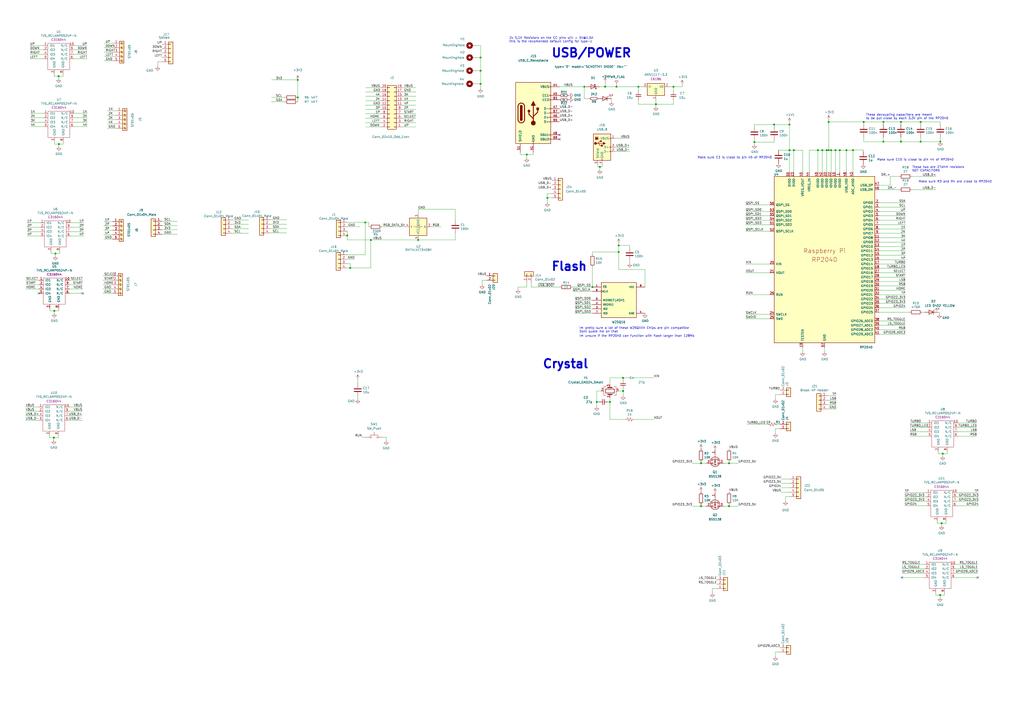
<source format=kicad_sch>
(kicad_sch (version 20230121) (generator eeschema)
  (paper "A2")
  (junction (at 406.654 268.732))
  (junction (at 501.015 70.739))
  (junction (at 545.465 82.169))
  (junction (at 449.072 72.263))
  (junction (at 305.562 89.662))
  (junction (at 343.662 166.497))
  (junction (at 358.902 142.367))
  (junction (at 494.792 87.122))
  (junction (at 278.765 41.021))
  (junction (at 172.72 46.355))
  (junction (at 390.652 50.292))
  (junction (at 422.91 293.624))
  (junction (at 380.492 60.452))
  (junction (at 215.138 139.192))
  (junction (at 211.8914 129.032))
  (junction (at 422.91 268.732))
  (junction (at 545.338 345.186))
  (junction (at 353.822 233.172))
  (junction (at 203.1573 155.448))
  (junction (at 278.765 48.641))
  (junction (at 338.963 50.292))
  (junction (at 31.496 180.34))
  (junction (at 357.632 50.292))
  (junction (at 487.172 87.122))
  (junction (at 480.695 87.122))
  (junction (at 358.902 146.177))
  (junction (at 242.57 139.192))
  (junction (at 351.028 50.292))
  (junction (at 460.502 87.122))
  (junction (at 437.642 82.423))
  (junction (at 457.962 87.122))
  (junction (at 512.445 70.739))
  (junction (at 534.035 82.169))
  (junction (at 546.227 303.53))
  (junction (at 361.442 219.202))
  (junction (at 34.036 44.196))
  (junction (at 534.035 70.739))
  (junction (at 278.765 33.401))
  (junction (at 474.472 87.122))
  (junction (at 512.445 82.169))
  (junction (at 172.72 56.515))
  (junction (at 522.605 70.739))
  (junction (at 346.202 233.172))
  (junction (at 457.962 72.263))
  (junction (at 522.605 82.169))
  (junction (at 317.5 114.808))
  (junction (at 32.131 147.066))
  (junction (at 482.092 87.122))
  (junction (at 201.422 136.652))
  (junction (at 477.012 87.122))
  (junction (at 406.654 293.624))
  (junction (at 546.862 263.144))
  (junction (at 31.242 253.873))
  (junction (at 361.442 226.822))
  (junction (at 490.982 87.122))
  (junction (at 484.632 87.122))
  (junction (at 480.695 70.739))
  (junction (at 370.332 50.292))
  (junction (at 34.163 83.566))
  (junction (at 479.552 87.122))
  (junction (at 347.98 96.774))
  (no_connect (at 324.612 78.232))
  (no_connect (at 48.006 170.18))
  (no_connect (at 324.612 80.772))
  (no_connect (at 523.24 335.026))
  (no_connect (at 567.182 335.026))
  (no_connect (at 22.606 170.18))
  (wire (pts (xy 512.445 70.739) (xy 522.605 70.739)))
  (wire (pts (xy 422.91 293.624) (xy 422.91 292.862)))
  (wire (pts (xy 242.57 123.952) (xy 242.57 121.412)))
  (wire (pts (xy 32.131 147.066) (xy 32.131 148.336)))
  (wire (pts (xy 222.123 253.619) (xy 224.028 253.619)))
  (wire (pts (xy 339.6742 50.2666) (xy 340.2584 50.2666)))
  (wire (pts (xy 555.117 293.37) (xy 567.69 293.37)))
  (wire (pts (xy 437.642 81.153) (xy 437.642 82.423)))
  (wire (pts (xy 480.695 69.469) (xy 480.695 70.739)))
  (wire (pts (xy 510.032 165.862) (xy 525.272 165.862)))
  (wire (pts (xy 487.172 87.122) (xy 487.172 99.822)))
  (wire (pts (xy 512.445 82.169) (xy 522.605 82.169)))
  (wire (pts (xy 501.015 82.169) (xy 512.445 82.169)))
  (wire (pts (xy 224.028 253.619) (xy 224.028 255.524)))
  (wire (pts (xy 166.37 135.128) (xy 156.845 135.128)))
  (wire (pts (xy 484.632 87.122) (xy 487.172 87.122)))
  (wire (pts (xy 338.963 50.292) (xy 324.612 50.292)))
  (wire (pts (xy 555.117 290.83) (xy 567.69 290.83)))
  (wire (pts (xy 458.216 288.036) (xy 455.676 288.036)))
  (wire (pts (xy 457.962 70.993) (xy 457.962 72.263)))
  (wire (pts (xy 41.021 129.286) (xy 48.641 129.286)))
  (wire (pts (xy 279.654 165.1) (xy 279.654 162.56)))
  (wire (pts (xy 43.053 65.786) (xy 50.673 65.786)))
  (wire (pts (xy 166.37 130.048) (xy 156.845 130.048)))
  (wire (pts (xy 478.282 201.422) (xy 478.282 203.962)))
  (wire (pts (xy 320.04 112.268) (xy 317.5 112.268)))
  (wire (pts (xy 40.386 167.64) (xy 48.006 167.64)))
  (wire (pts (xy 165.1 59.055) (xy 157.48 59.055)))
  (wire (pts (xy 305.562 89.662) (xy 309.372 89.662)))
  (wire (pts (xy 40.132 243.713) (xy 47.752 243.713)))
  (wire (pts (xy 370.332 50.292) (xy 370.332 52.832)))
  (wire (pts (xy 401.574 293.624) (xy 406.654 293.624)))
  (wire (pts (xy 510.032 188.722) (xy 525.272 188.722)))
  (wire (pts (xy 510.032 178.562) (xy 525.272 178.562)))
  (wire (pts (xy 446.532 182.372) (xy 432.562 182.372)))
  (wire (pts (xy 453.136 282.956) (xy 458.216 282.956)))
  (wire (pts (xy 437.642 82.423) (xy 449.072 82.423)))
  (wire (pts (xy 446.532 134.112) (xy 432.562 134.112)))
  (wire (pts (xy 309.372 89.662) (xy 309.372 88.392)))
  (wire (pts (xy 449.834 380.746) (xy 449.834 378.206)))
  (wire (pts (xy 455.676 288.036) (xy 455.676 290.576)))
  (wire (pts (xy 446.532 158.242) (xy 432.562 158.242)))
  (wire (pts (xy 215.138 139.192) (xy 242.57 139.192)))
  (wire (pts (xy 353.822 230.632) (xy 353.822 233.172)))
  (wire (pts (xy 349.25 95.504) (xy 349.25 96.774)))
  (wire (pts (xy 279.654 162.56) (xy 282.194 162.56)))
  (wire (pts (xy 144.145 132.715) (xy 134.62 132.715)))
  (wire (pts (xy 144.145 127.635) (xy 134.62 127.635)))
  (wire (pts (xy 201.295 152.908) (xy 203.1573 152.908)))
  (wire (pts (xy 554.228 327.406) (xy 567.182 327.406)))
  (wire (pts (xy 361.442 225.552) (xy 361.442 226.822)))
  (wire (pts (xy 40.132 238.633) (xy 47.752 238.633)))
  (wire (pts (xy 358.902 141.097) (xy 358.902 142.367)))
  (wire (pts (xy 351.028 50.292) (xy 357.632 50.292)))
  (wire (pts (xy 15.113 162.56) (xy 22.606 162.56)))
  (wire (pts (xy 41.021 134.366) (xy 48.641 134.366)))
  (wire (pts (xy 15.748 136.906) (xy 23.241 136.906)))
  (wire (pts (xy 457.962 72.263) (xy 457.962 87.122)))
  (wire (pts (xy 432.562 127.762) (xy 446.532 127.762)))
  (wire (pts (xy 534.035 82.169) (xy 522.605 82.169)))
  (wire (pts (xy 543.687 302.26) (xy 543.687 303.53)))
  (wire (pts (xy 500.761 86.995) (xy 494.792 86.995)))
  (wire (pts (xy 207.518 230.124) (xy 207.518 231.394)))
  (wire (pts (xy 201.295 155.448) (xy 203.1573 155.448)))
  (wire (pts (xy 401.574 268.732) (xy 406.654 268.732)))
  (wire (pts (xy 338.963 50.292) (xy 338.963 57.1754)))
  (wire (pts (xy 469.392 87.122) (xy 474.472 87.122)))
  (wire (pts (xy 422.91 268.732) (xy 428.244 268.732)))
  (wire (pts (xy 36.576 44.196) (xy 36.576 42.926)))
  (wire (pts (xy 523.24 327.406) (xy 536.448 327.406)))
  (wire (pts (xy 449.834 248.666) (xy 452.374 248.666)))
  (wire (pts (xy 34.163 83.566) (xy 34.163 84.836)))
  (wire (pts (xy 361.442 226.822) (xy 361.442 229.362)))
  (wire (pts (xy 449.834 231.394) (xy 449.834 228.854)))
  (wire (pts (xy 65.278 136.144) (xy 60.198 136.144)))
  (wire (pts (xy 305.562 89.662) (xy 305.562 91.567)))
  (wire (pts (xy 446.532 184.912) (xy 432.562 184.912)))
  (wire (pts (xy 201.422 136.652) (xy 201.422 139.192)))
  (wire (pts (xy 544.322 261.874) (xy 544.322 263.144)))
  (wire (pts (xy 43.053 70.866) (xy 50.673 70.866)))
  (wire (pts (xy 390.652 50.292) (xy 395.732 50.292)))
  (wire (pts (xy 278.765 48.641) (xy 278.765 51.181)))
  (wire (pts (xy 480.695 70.739) (xy 501.015 70.739)))
  (wire (pts (xy 510.032 173.482) (xy 525.272 173.482)))
  (wire (pts (xy 31.496 180.34) (xy 34.036 180.34)))
  (wire (pts (xy 67.31 64.262) (xy 62.23 64.262)))
  (wire (pts (xy 370.332 50.292) (xy 372.872 50.292)))
  (wire (pts (xy 527.939 245.364) (xy 537.972 245.364)))
  (wire (pts (xy 17.78 65.786) (xy 25.273 65.786)))
  (wire (pts (xy 354.711 58.9788) (xy 354.711 57.1754)))
  (wire (pts (xy 34.036 44.196) (xy 34.036 45.466)))
  (wire (pts (xy 510.032 109.982) (xy 521.462 109.982)))
  (wire (pts (xy 510.032 130.302) (xy 525.272 130.302)))
  (wire (pts (xy 346.202 233.172) (xy 346.202 235.712)))
  (wire (pts (xy 361.442 219.202) (xy 361.442 220.472)))
  (wire (pts (xy 41.021 136.906) (xy 48.641 136.906)))
  (wire (pts (xy 457.962 87.122) (xy 457.962 99.822)))
  (wire (pts (xy 510.032 127.762) (xy 525.272 127.762)))
  (wire (pts (xy 453.136 277.876) (xy 458.216 277.876)))
  (wire (pts (xy 212.09 58.42) (xy 220.98 58.42)))
  (wire (pts (xy 457.962 87.122) (xy 451.612 87.122)))
  (wire (pts (xy 474.472 87.122) (xy 477.012 87.122)))
  (wire (pts (xy 510.032 145.542) (xy 525.272 145.542)))
  (wire (pts (xy 490.982 87.122) (xy 494.792 87.122)))
  (wire (pts (xy 370.332 60.452) (xy 380.492 60.452)))
  (wire (pts (xy 544.322 263.144) (xy 546.862 263.144)))
  (wire (pts (xy 301.752 88.392) (xy 301.752 89.662)))
  (wire (pts (xy 365.252 151.257) (xy 365.252 152.527)))
  (wire (pts (xy 534.035 79.629) (xy 534.035 82.169)))
  (wire (pts (xy 545.465 79.629) (xy 545.465 82.169)))
  (wire (pts (xy 241.3 66.04) (xy 233.68 66.04)))
  (wire (pts (xy 278.765 41.021) (xy 278.765 48.641)))
  (wire (pts (xy 449.072 72.263) (xy 457.962 72.263)))
  (wire (pts (xy 14.859 243.713) (xy 22.352 243.713)))
  (wire (pts (xy 241.3 53.34) (xy 233.68 53.34)))
  (wire (pts (xy 419.862 293.624) (xy 422.91 293.624)))
  (wire (pts (xy 501.015 70.739) (xy 512.445 70.739)))
  (wire (pts (xy 542.798 345.186) (xy 545.338 345.186)))
  (wire (pts (xy 356.87 80.264) (xy 365.252 80.264)))
  (wire (pts (xy 64.77 170.18) (xy 59.69 170.18)))
  (wire (pts (xy 241.3 63.5) (xy 233.68 63.5)))
  (wire (pts (xy 351.028 47.5996) (xy 351.028 50.292)))
  (wire (pts (xy 480.06 237.236) (xy 485.14 237.236)))
  (wire (pts (xy 555.752 245.364) (xy 566.674 245.364)))
  (wire (pts (xy 479.552 87.122) (xy 480.695 87.122)))
  (wire (pts (xy 544.957 182.118) (xy 544.957 181.102)))
  (wire (pts (xy 241.3 73.66) (xy 233.68 73.66)))
  (wire (pts (xy 40.386 170.18) (xy 48.006 170.18)))
  (wire (pts (xy 449.072 82.423) (xy 449.072 81.153)))
  (wire (pts (xy 432.562 122.682) (xy 446.532 122.682)))
  (wire (pts (xy 361.442 219.202) (xy 379.222 219.202)))
  (wire (pts (xy 353.822 243.332) (xy 362.712 243.332)))
  (wire (pts (xy 510.032 135.382) (xy 525.272 135.382)))
  (wire (pts (xy 14.859 241.173) (xy 22.352 241.173)))
  (wire (pts (xy 437.642 72.263) (xy 449.072 72.263)))
  (wire (pts (xy 477.012 87.122) (xy 479.552 87.122)))
  (wire (pts (xy 406.654 268.732) (xy 406.654 267.97)))
  (wire (pts (xy 555.117 285.75) (xy 567.69 285.75)))
  (wire (pts (xy 484.632 99.822) (xy 484.632 87.122)))
  (wire (pts (xy 374.142 166.497) (xy 374.142 156.337)))
  (wire (pts (xy 241.3 68.58) (xy 233.68 68.58)))
  (wire (pts (xy 28.956 179.07) (xy 28.956 180.34)))
  (wire (pts (xy 210.058 253.619) (xy 211.963 253.619)))
  (wire (pts (xy 42.926 34.036) (xy 50.546 34.036)))
  (wire (pts (xy 242.57 139.192) (xy 264.16 139.192)))
  (wire (pts (xy 65.532 35.306) (xy 60.452 35.306)))
  (wire (pts (xy 308.102 166.497) (xy 324.612 166.497)))
  (wire (pts (xy 201.422 139.192) (xy 215.138 139.192)))
  (wire (pts (xy 201.422 131.572) (xy 208.915 131.572)))
  (wire (pts (xy 510.032 148.082) (xy 525.272 148.082)))
  (wire (pts (xy 480.06 234.696) (xy 485.14 234.696)))
  (wire (pts (xy 510.032 170.942) (xy 525.272 170.942)))
  (wire (pts (xy 42.926 28.956) (xy 50.546 28.956)))
  (wire (pts (xy 487.172 87.122) (xy 490.982 87.122)))
  (wire (pts (xy 305.562 163.957) (xy 305.562 166.497)))
  (wire (pts (xy 522.605 72.009) (xy 522.605 70.739)))
  (wire (pts (xy 546.862 263.144) (xy 549.402 263.144)))
  (wire (pts (xy 308.102 163.957) (xy 308.102 166.497)))
  (wire (pts (xy 529.082 102.362) (xy 543.052 102.362)))
  (wire (pts (xy 524.764 288.29) (xy 537.337 288.29)))
  (wire (pts (xy 34.036 44.196) (xy 36.576 44.196)))
  (wire (pts (xy 67.31 69.342) (xy 62.23 69.342)))
  (wire (pts (xy 34.163 83.566) (xy 36.703 83.566)))
  (wire (pts (xy 64.77 160.02) (xy 59.69 160.02)))
  (wire (pts (xy 510.032 168.402) (xy 525.272 168.402)))
  (wire (pts (xy 14.859 236.093) (xy 22.352 236.093)))
  (wire (pts (xy 450.596 246.126) (xy 452.374 246.126)))
  (wire (pts (xy 419.862 268.732) (xy 422.91 268.732)))
  (wire (pts (xy 522.605 70.739) (xy 534.035 70.739)))
  (wire (pts (xy 546.227 303.53) (xy 546.227 304.8)))
  (wire (pts (xy 40.132 236.093) (xy 47.752 236.093)))
  (wire (pts (xy 65.278 128.524) (xy 60.198 128.524)))
  (wire (pts (xy 15.748 131.826) (xy 23.241 131.826)))
  (wire (pts (xy 17.78 73.406) (xy 25.273 73.406)))
  (wire (pts (xy 300.482 166.497) (xy 300.482 167.767)))
  (wire (pts (xy 413.258 341.376) (xy 415.798 341.376)))
  (wire (pts (xy 28.702 253.873) (xy 31.242 253.873)))
  (wire (pts (xy 545.465 82.169) (xy 534.035 82.169)))
  (wire (pts (xy 554.228 332.486) (xy 567.182 332.486)))
  (wire (pts (xy 339.6742 50.2666) (xy 339.6742 50.292)))
  (wire (pts (xy 203.1573 155.448) (xy 215.138 155.448)))
  (wire (pts (xy 356.87 87.884) (xy 365.379 87.884)))
  (wire (pts (xy 510.032 132.842) (xy 525.272 132.842)))
  (wire (pts (xy 465.582 99.822) (xy 465.582 87.122)))
  (wire (pts (xy 347.853 50.2666) (xy 347.8784 50.2666)))
  (wire (pts (xy 346.71 96.774) (xy 347.98 96.774)))
  (wire (pts (xy 317.5 114.808) (xy 317.5 117.348)))
  (wire (pts (xy 343.662 147.447) (xy 343.662 146.177)))
  (wire (pts (xy 527.812 247.904) (xy 537.972 247.904)))
  (wire (pts (xy 422.91 293.624) (xy 428.244 293.624)))
  (wire (pts (xy 449.072 73.533) (xy 449.072 72.263)))
  (wire (pts (xy 320.04 114.808) (xy 317.5 114.808)))
  (wire (pts (xy 65.278 131.064) (xy 60.198 131.064)))
  (wire (pts (xy 490.982 99.822) (xy 490.982 87.122)))
  (wire (pts (xy 534.035 70.739) (xy 545.465 70.739)))
  (wire (pts (xy 510.032 153.162) (xy 525.272 153.162)))
  (wire (pts (xy 548.767 303.53) (xy 548.767 302.26)))
  (wire (pts (xy 365.252 142.367) (xy 358.902 142.367)))
  (wire (pts (xy 354.711 57.1754) (xy 354.6602 57.1754)))
  (wire (pts (xy 276.225 41.021) (xy 278.765 41.021)))
  (wire (pts (xy 380.492 60.452) (xy 380.492 61.722)))
  (wire (pts (xy 522.605 79.629) (xy 522.605 82.169)))
  (wire (pts (xy 65.278 133.604) (xy 60.198 133.604)))
  (wire (pts (xy 17.399 26.416) (xy 25.146 26.416)))
  (wire (pts (xy 546.862 263.144) (xy 546.862 264.414)))
  (wire (pts (xy 65.532 25.146) (xy 60.452 25.146)))
  (wire (pts (xy 554.228 335.026) (xy 567.182 335.026)))
  (wire (pts (xy 510.032 137.922) (xy 525.272 137.922)))
  (wire (pts (xy 449.834 378.206) (xy 452.374 378.206)))
  (wire (pts (xy 278.765 26.416) (xy 278.765 33.401)))
  (wire (pts (xy 64.77 162.56) (xy 59.69 162.56)))
  (wire (pts (xy 201.422 129.032) (xy 211.8914 129.032)))
  (wire (pts (xy 545.338 345.186) (xy 545.338 346.456)))
  (wire (pts (xy 276.225 26.416) (xy 278.765 26.416)))
  (wire (pts (xy 34.671 147.066) (xy 34.671 145.796)))
  (wire (pts (xy 347.98 96.774) (xy 347.98 98.298)))
  (wire (pts (xy 527.812 252.984) (xy 537.972 252.984)))
  (wire (pts (xy 544.957 181.102) (xy 543.941 181.102)))
  (wire (pts (xy 437.642 82.423) (xy 437.642 83.693)))
  (wire (pts (xy 367.792 243.332) (xy 379.222 243.332)))
  (wire (pts (xy 264.16 139.192) (xy 264.16 135.382)))
  (wire (pts (xy 406.654 293.624) (xy 406.654 292.862)))
  (wire (pts (xy 510.032 163.322) (xy 525.272 163.322)))
  (wire (pts (xy 469.392 99.822) (xy 469.392 87.122)))
  (wire (pts (xy 465.582 87.122) (xy 460.502 87.122)))
  (wire (pts (xy 480.695 70.739) (xy 480.695 87.122)))
  (wire (pts (xy 555.752 247.904) (xy 566.674 247.904)))
  (wire (pts (xy 31.623 83.566) (xy 34.163 83.566)))
  (wire (pts (xy 547.878 345.186) (xy 547.878 343.916)))
  (wire (pts (xy 446.532 118.872) (xy 432.562 118.872)))
  (wire (pts (xy 332.232 169.037) (xy 343.662 169.037)))
  (wire (pts (xy 523.24 335.026) (xy 536.448 335.026)))
  (wire (pts (xy 15.748 129.286) (xy 23.241 129.286)))
  (wire (pts (xy 432.562 130.302) (xy 446.532 130.302)))
  (wire (pts (xy 343.662 181.737) (xy 333.502 181.737)))
  (wire (pts (xy 65.532 32.766) (xy 60.452 32.766)))
  (wire (pts (xy 278.765 33.401) (xy 278.765 41.021)))
  (wire (pts (xy 221.615 131.572) (xy 234.95 131.572)))
  (wire (pts (xy 510.032 120.142) (xy 525.272 120.142)))
  (wire (pts (xy 343.662 174.117) (xy 333.502 174.117)))
  (wire (pts (xy 276.225 48.641) (xy 278.765 48.641)))
  (wire (pts (xy 500.761 95.25) (xy 500.761 95.504)))
  (wire (pts (xy 42.926 26.416) (xy 50.546 26.416)))
  (wire (pts (xy 380.492 60.452) (xy 390.652 60.452)))
  (wire (pts (xy 527.812 250.444) (xy 537.972 250.444)))
  (wire (pts (xy 17.78 70.866) (xy 25.273 70.866)))
  (wire (pts (xy 510.032 125.222) (xy 525.272 125.222)))
  (wire (pts (xy 555.117 288.29) (xy 567.69 288.29)))
  (wire (pts (xy 172.72 46.355) (xy 172.72 56.515)))
  (wire (pts (xy 432.562 153.162) (xy 446.532 153.162)))
  (wire (pts (xy 17.399 34.036) (xy 25.146 34.036)))
  (wire (pts (xy 215.138 155.448) (xy 215.138 139.192)))
  (wire (pts (xy 343.662 155.067) (xy 343.662 166.497)))
  (wire (pts (xy 144.145 130.175) (xy 134.62 130.175)))
  (wire (pts (xy 17.399 31.496) (xy 25.146 31.496)))
  (wire (pts (xy 546.227 303.53) (xy 548.767 303.53)))
  (wire (pts (xy 545.338 345.186) (xy 547.878 345.186)))
  (wire (pts (xy 554.228 329.946) (xy 567.182 329.946)))
  (wire (pts (xy 15.113 167.64) (xy 22.606 167.64)))
  (wire (pts (xy 31.623 82.296) (xy 31.623 83.566)))
  (wire (pts (xy 370.332 57.912) (xy 370.332 60.452)))
  (wire (pts (xy 211.8914 147.828) (xy 211.8914 129.032)))
  (wire (pts (xy 357.632 50.292) (xy 370.332 50.292)))
  (wire (pts (xy 494.792 86.995) (xy 494.792 87.122)))
  (wire (pts (xy 40.386 162.56) (xy 48.006 162.56)))
  (wire (pts (xy 241.3 50.8) (xy 233.68 50.8)))
  (wire (pts (xy 31.496 42.926) (xy 31.496 44.196)))
  (wire (pts (xy 333.502 176.657) (xy 343.662 176.657)))
  (wire (pts (xy 516.382 102.362) (xy 516.382 107.442)))
  (wire (pts (xy 516.382 102.362) (xy 521.462 102.362)))
  (wire (pts (xy 33.782 253.873) (xy 33.782 252.603)))
  (wire (pts (xy 555.752 252.984) (xy 566.674 252.984)))
  (wire (pts (xy 343.662 179.197) (xy 333.502 179.197)))
  (wire (pts (xy 15.113 165.1) (xy 22.606 165.1)))
  (wire (pts (xy 64.77 167.64) (xy 59.69 167.64)))
  (wire (pts (xy 165.1 56.515) (xy 157.48 56.515)))
  (wire (pts (xy 42.926 31.496) (xy 50.546 31.496)))
  (wire (pts (xy 91.44 35.814) (xy 91.44 38.354)))
  (wire (pts (xy 510.032 143.002) (xy 525.272 143.002)))
  (wire (pts (xy 390.652 57.912) (xy 390.652 60.452)))
  (wire (pts (xy 212.09 63.5) (xy 220.98 63.5)))
  (wire (pts (xy 348.742 226.822) (xy 346.202 226.822)))
  (wire (pts (xy 510.032 176.022) (xy 525.272 176.022)))
  (wire (pts (xy 390.652 50.292) (xy 390.652 52.832)))
  (wire (pts (xy 512.445 82.169) (xy 512.445 79.629)))
  (wire (pts (xy 480.06 229.616) (xy 485.14 229.616)))
  (wire (pts (xy 465.582 201.422) (xy 465.582 203.962)))
  (wire (pts (xy 31.242 253.873) (xy 33.782 253.873)))
  (wire (pts (xy 347.853 50.292) (xy 351.028 50.292)))
  (wire (pts (xy 65.532 30.226) (xy 60.452 30.226)))
  (wire (pts (xy 212.09 53.34) (xy 220.98 53.34)))
  (wire (pts (xy 413.258 343.916) (xy 413.258 341.376)))
  (wire (pts (xy 43.053 73.406) (xy 50.673 73.406)))
  (wire (pts (xy 43.053 68.326) (xy 50.673 68.326)))
  (wire (pts (xy 510.032 150.622) (xy 525.272 150.622)))
  (wire (pts (xy 380.492 57.912) (xy 380.492 60.452)))
  (wire (pts (xy 449.834 251.206) (xy 449.834 248.666)))
  (wire (pts (xy 93.98 35.814) (xy 91.44 35.814)))
  (wire (pts (xy 102.87 128.27) (xy 93.98 128.27)))
  (wire (pts (xy 343.662 146.177) (xy 358.902 146.177)))
  (wire (pts (xy 67.31 74.422) (xy 62.23 74.422)))
  (wire (pts (xy 510.032 117.602) (xy 525.272 117.602)))
  (wire (pts (xy 65.278 138.684) (xy 60.198 138.684)))
  (wire (pts (xy 482.092 99.822) (xy 482.092 87.122)))
  (wire (pts (xy 144.145 135.255) (xy 134.62 135.255)))
  (wire (pts (xy 241.3 58.42) (xy 233.68 58.42)))
  (wire (pts (xy 212.09 71.12) (xy 220.98 71.12)))
  (wire (pts (xy 482.092 87.122) (xy 484.632 87.122)))
  (wire (pts (xy 17.78 68.326) (xy 25.273 68.326)))
  (wire (pts (xy 213.995 129.032) (xy 213.995 131.572)))
  (wire (pts (xy 102.87 130.81) (xy 93.98 130.81)))
  (wire (pts (xy 34.036 180.34) (xy 34.036 179.07)))
  (wire (pts (xy 353.822 219.202) (xy 361.442 219.202)))
  (wire (pts (xy 65.532 27.686) (xy 60.452 27.686)))
  (wire (pts (xy 535.051 181.102) (xy 536.321 181.102)))
  (wire (pts (xy 409.702 268.732) (xy 406.654 268.732)))
  (wire (pts (xy 460.502 87.122) (xy 457.962 87.122)))
  (wire (pts (xy 510.032 155.702) (xy 525.272 155.702)))
  (wire (pts (xy 437.642 73.533) (xy 437.642 72.263)))
  (wire (pts (xy 212.09 66.04) (xy 220.98 66.04)))
  (wire (pts (xy 40.132 241.173) (xy 47.752 241.173)))
  (wire (pts (xy 422.91 268.732) (xy 422.91 267.97)))
  (wire (pts (xy 543.687 303.53) (xy 546.227 303.53)))
  (wire (pts (xy 510.032 107.442) (xy 516.382 107.442)))
  (wire (pts (xy 212.09 50.8) (xy 220.98 50.8)))
  (wire (pts (xy 409.702 293.624) (xy 406.654 293.624)))
  (wire (pts (xy 500.761 86.995) (xy 500.761 87.884)))
  (wire (pts (xy 501.015 79.629) (xy 501.015 82.169)))
  (wire (pts (xy 15.748 134.366) (xy 23.241 134.366)))
  (wire (pts (xy 207.518 219.964) (xy 207.518 222.504)))
  (wire (pts (xy 474.472 99.822) (xy 474.472 87.122)))
  (wire (pts (xy 529.082 109.982) (xy 543.052 109.982)))
  (wire (pts (xy 433.324 246.126) (xy 445.516 246.126)))
  (wire (pts (xy 212.09 55.88) (xy 220.98 55.88)))
  (wire (pts (xy 264.16 121.412) (xy 264.16 127.762)))
  (wire (pts (xy 453.136 280.416) (xy 458.216 280.416)))
  (wire (pts (xy 480.06 232.156) (xy 485.14 232.156)))
  (wire (pts (xy 28.956 180.34) (xy 31.496 180.34)))
  (wire (pts (xy 347.853 50.292) (xy 347.853 50.2666)))
  (wire (pts (xy 201.295 150.368) (xy 205.74 150.368)))
  (wire (pts (xy 524.764 290.83) (xy 537.337 290.83)))
  (wire (pts (xy 317.5 112.268) (xy 317.5 114.808)))
  (wire (pts (xy 453.136 285.496) (xy 458.216 285.496)))
  (wire (pts (xy 353.822 233.172) (xy 353.822 243.332)))
  (wire (pts (xy 449.834 228.854) (xy 452.374 228.854)))
  (wire (pts (xy 542.798 343.916) (xy 542.798 345.186)))
  (wire (pts (xy 332.232 166.497) (xy 343.662 166.497)))
  (wire (pts (xy 510.032 181.102) (xy 527.431 181.102)))
  (wire (pts (xy 172.72 56.515) (xy 172.72 59.055)))
  (wire (pts (xy 346.202 226.822) (xy 346.202 233.172)))
  (wire (pts (xy 17.399 28.956) (xy 25.146 28.956)))
  (wire (pts (xy 358.902 156.337) (xy 374.142 156.337)))
  (wire (pts (xy 241.3 71.12) (xy 233.68 71.12)))
  (wire (pts (xy 201.295 147.828) (xy 211.8914 147.828)))
  (wire (pts (xy 432.562 125.222) (xy 446.532 125.222)))
  (wire (pts (xy 36.703 83.566) (xy 36.703 82.296)))
  (wire (pts (xy 102.87 133.35) (xy 93.98 133.35)))
  (wire (pts (xy 534.035 72.009) (xy 534.035 70.739)))
  (wire (pts (xy 395.732 49.022) (xy 395.732 50.292)))
  (wire (pts (xy 31.496 44.196) (xy 34.036 44.196)))
  (wire (pts (xy 31.242 253.873) (xy 31.242 255.143)))
  (wire (pts (xy 545.465 72.009) (xy 545.465 70.739)))
  (wire (pts (xy 523.24 329.946) (xy 536.448 329.946)))
  (wire (pts (xy 203.1573 152.908) (xy 203.1573 155.448)))
  (wire (pts (xy 29.591 147.066) (xy 32.131 147.066)))
  (wire (pts (xy 301.752 89.662) (xy 305.562 89.662)))
  (wire (pts (xy 212.09 68.58) (xy 220.98 68.58)))
  (wire (pts (xy 510.032 158.242) (xy 525.272 158.242)))
  (wire (pts (xy 524.764 285.75) (xy 537.337 285.75)))
  (wire (pts (xy 300.482 166.497) (xy 305.562 166.497)))
  (wire (pts (xy 512.445 72.009) (xy 512.445 70.739)))
  (wire (pts (xy 510.032 140.462) (xy 525.272 140.462)))
  (wire (pts (xy 67.31 71.882) (xy 62.23 71.882)))
  (wire (pts (xy 276.225 33.401) (xy 278.765 33.401)))
  (wire (pts (xy 357.632 49.022) (xy 357.632 50.292)))
  (wire (pts (xy 347.98 96.774) (xy 349.25 96.774)))
  (wire (pts (xy 211.8914 129.032) (xy 213.995 129.032)))
  (wire (pts (xy 40.386 165.1) (xy 48.006 165.1)))
  (wire (pts (xy 241.3 60.96) (xy 233.68 60.96)))
  (wire (pts (xy 166.37 132.588) (xy 156.845 132.588)))
  (wire (pts (xy 501.015 72.009) (xy 501.015 70.739)))
  (wire (pts (xy 166.37 127.508) (xy 156.845 127.508)))
  (wire (pts (xy 201.422 134.112) (xy 201.422 136.652)))
  (wire (pts (xy 14.859 238.633) (xy 22.352 238.633)))
  (wire (pts (xy 339.6742 50.292) (xy 338.963 50.292)))
  (wire (pts (xy 549.402 261.874) (xy 549.402 263.144)))
  (wire (pts (xy 510.032 191.262) (xy 525.272 191.262)))
  (wire (pts (xy 41.021 131.826) (xy 48.641 131.826)))
  (wire (pts (xy 510.032 193.802) (xy 525.272 193.802)))
  (wire (pts (xy 480.695 87.122) (xy 482.092 87.122)))
  (wire (pts (xy 250.19 131.572) (xy 255.905 131.572)))
  (wire (pts (xy 479.552 99.822) (xy 479.552 87.122)))
  (wire (pts (xy 241.3 55.88) (xy 233.68 55.88)))
  (wire (pts (xy 358.902 226.822) (xy 361.442 226.822)))
  (wire (pts (xy 242.57 121.412) (xy 264.16 121.412)))
  (wire (pts (xy 356.87 85.344) (xy 365.252 85.344)))
  (wire (pts (xy 460.502 99.822) (xy 460.502 87.122)))
  (wire (pts (xy 346.71 95.504) (xy 346.71 96.774)))
  (wire (pts (xy 212.09 73.66) (xy 220.98 73.66)))
  (wire (pts (xy 477.012 99.822) (xy 477.012 87.122)))
  (wire (pts (xy 64.77 165.1) (xy 59.69 165.1)))
  (wire (pts (xy 212.09 60.96) (xy 220.98 60.96)))
  (wire (pts (xy 31.496 180.34) (xy 31.496 181.61)))
  (wire (pts (xy 446.532 170.942) (xy 432.562 170.942)))
  (wire (pts (xy 353.822 219.202) (xy 353.822 223.012)))
  (wire (pts (xy 555.752 250.444) (xy 566.674 250.444)))
  (wire (pts (xy 32.131 147.066) (xy 34.671 147.066)))
  (wire (pts (xy 358.902 142.367) (xy 358.902 146.177)))
  (wire (pts (xy 365.252 143.637) (xy 365.252 142.367)))
  (wire (pts (xy 510.032 122.682) (xy 525.272 122.682)))
  (wire (pts (xy 28.702 252.603) (xy 28.702 253.873)))
  (wire (pts (xy 510.032 186.182) (xy 525.272 186.182)))
  (wire (pts (xy 523.24 332.486) (xy 536.448 332.486)))
  (wire (pts (xy 388.112 50.292) (xy 390.652 50.292)))
  (wire (pts (xy 67.31 66.802) (xy 62.23 66.802)))
  (wire (pts (xy 494.792 87.122) (xy 494.792 99.822)))
  (wire (pts (xy 352.552 233.172) (xy 353.822 233.172)))
  (wire (pts (xy 358.902 146.177) (xy 358.902 156.337)))
  (wire (pts (xy 524.764 293.37) (xy 537.337 293.37)))
  (wire (pts (xy 510.032 160.782) (xy 525.272 160.782)))
  (wire (pts (xy 157.48 46.355) (xy 172.72 46.355)))
  (wire (pts (xy 102.87 135.89) (xy 93.98 135.89)))
  (wire (pts (xy 347.472 233.172) (xy 346.202 233.172)))
  (wire (pts (xy 29.591 145.796) (xy 29.591 147.066)))
  (wire (pts (xy 341.9602 57.1754) (xy 338.963 57.1754)))
  (text "Im pretty sure a lot of these W25QXXX Chips are pin compatible\nDont quote me on that" (at 336.042 193.167 0) (effects (font (size 1.27 1.27)) (justify left bottom)))
  (text "Make sure C3 is close to pin 45 of RP2040" (at 447.802 92.202 0) (effects (font (size 1.27 1.27)) (justify right bottom)))
  (text "Make sure R3 and R4 are close to RP2040" (at 532.892 106.172 0) (effects (font (size 1.27 1.27)) (justify left bottom)))
  (text "These decoupling capacitors are meant\nto be put close by each 3.3V pin of the RP2040" (at 502.285 69.469 0) (effects (font (size 1.27 1.27)) (justify left bottom)))
  (text "These two are 27ohm resistors \nNOT CAPACITORS" (at 529.082 99.822 0) (effects (font (size 1.27 1.27)) (justify left bottom)))
  (text "Make sure C10 is close to pin 44 of RP2040" (at 508.762 93.472 0) (effects (font (size 1.27 1.27)) (justify left bottom)))
  (text "Flash" (at 319.532 157.607 0) (effects (font (size 5.0038 5.0038) (thickness 1.0008) bold) (justify left bottom)))
  (text "V1.0\nInitial version\nMessed up USB B pinout\n\nV1.1\nChanged pinout from Pico Fighting Board to gp2040-ce\nRemoved player leds\nAdded turbo button\nAdded spinner inputs\n\nV1.2\nSwapped Left and Right" (at 615.442 234.188 0) (effects (font (size 12 12)) (justify left bottom)))
  (text "2x 5.1K Resistors on the CC pins will = 5V@1.5A\nthis is the recomended default config for type-c" (at 295.402 24.892 0) (effects (font (size 1.27 1.27)) (justify left bottom)))
  (text "Im unsure if the RP2040 can function with flash larger than 128Mb" (at 336.042 195.707 0) (effects (font (size 1.27 1.27)) (justify left bottom)))
  (text "USB/POWER" (at 319.532 33.782 0) (effects (font (size 5.0038 5.0038) (thickness 1.0008) bold) (justify left bottom)))
  (text "Crystal" (at 314.452 214.122 0) (effects (font (size 5.0038 5.0038) (thickness 1.0008) bold) (justify left bottom)))
  (label "GPIO23_3V3" (at 524.764 290.83 0))
  (label "2P" (at 234.315 63.5 0))
  (label "USB_D+" (at 320.04 109.728 180))
  (label "XOUT" (at 432.562 158.242 0))
  (label "2K" (at 50.673 68.326 180))
  (label "USB_D-" (at 320.04 107.188 180))
  (label "2K" (at 62.865 66.802 0))
  (label "QSPI_SD3" (at 333.502 181.737 0))
  (label "VBUS" (at 14.859 236.093 0))
  (label "GND" (at 95.25 135.89 0))
  (label "HOME" (at 60.452 165.1 0))
  (label "RSB" (at 485.14 234.696 180))
  (label "USB_D+" (at 14.859 241.173 0))
  (label "HOME" (at 525.272 168.402 180))
  (label "GND" (at 216.535 60.96 0))
  (label "GPIO29_ADC3" (at 523.24 332.486 0))
  (label "~{USB_BOOT}" (at 311.912 166.497 0))
  (label "GND" (at 205.74 150.368 180))
  (label "GPIO22_3V3" (at 524.764 288.29 0))
  (label "4P" (at 234.315 60.96 0))
  (label "VBUS" (at 47.752 236.093 180))
  (label "USB_D+" (at 324.612 68.072 0))
  (label "3P" (at 525.272 148.082 180))
  (label "DOWN" (at 61.087 27.686 0))
  (label "START" (at 60.452 162.56 0))
  (label "TURBO" (at 452.374 226.314 180))
  (label "USB_D-" (at 14.859 243.713 0))
  (label "RIGHT" (at 61.214 30.226 0))
  (label "USB_D+" (at 365.252 85.344 180))
  (label "3K" (at 62.865 69.342 0))
  (label "1K" (at 525.272 132.842 180))
  (label "4P" (at 15.748 136.906 0))
  (label "GPIO29_ADC3" (at 567.182 332.486 180))
  (label "GPIO23_3V3" (at 525.272 176.022 180))
  (label "DR_-" (at 520.192 109.982 180))
  (label "QSPI_SS" (at 432.562 118.872 0))
  (label "GND" (at 60.452 170.18 0))
  (label "SELECT" (at 234.315 68.58 0))
  (label "GND" (at 234.315 53.34 0))
  (label "SDA" (at 135.89 132.715 0))
  (label "RIGHT" (at 17.526 31.496 0))
  (label "3K" (at 234.315 55.88 0))
  (label "LEFT" (at 525.272 130.302 180))
  (label "SCL" (at 158.115 135.128 0))
  (label "4K" (at 50.673 73.406 180))
  (label "RGB" (at 250.825 131.572 0))
  (label "SCL" (at 95.25 128.27 0))
  (label "VBUS" (at 221.488 139.192 180))
  (label "SDA" (at 95.25 130.81 0))
  (label "SDA" (at 158.115 132.588 0))
  (label "UP" (at 234.315 73.66 0))
  (label "LSB" (at 566.674 250.444 180))
  (label "1P" (at 60.833 128.524 0))
  (label "LSB" (at 525.272 163.322 180))
  (label "DOWN" (at 17.399 28.956 0))
  (label "4K" (at 217.805 55.88 0))
  (label "GPIO22_3V3" (at 567.69 288.29 180))
  (label "GND" (at 158.115 127.508 0))
  (label "GND" (at 242.57 121.412 0))
  (label "TP" (at 525.272 170.942 180))
  (label "USB_D-" (at 47.752 243.713 180))
  (label "RIGHT" (at 93.98 30.734 180))
  (label "VBUS" (at 453.136 285.496 180))
  (label "4K" (at 525.272 140.462 180))
  (label "DOWN" (at 93.98 28.194 180))
  (label "QSPI_SD1" (at 432.562 125.222 0))
  (label "VBUS" (at 422.91 260.35 0))
  (label "GND" (at 62.865 74.422 0))
  (label "UP" (at 61.1642 25.146 0))
  (label "LEFT" (at 50.546 34.036 180))
  (label "USB_D-" (at 365.379 87.884 180))
  (label "1P" (at 525.272 143.002 180))
  (label "START" (at 525.272 160.782 180))
  (label "TURBO" (at 566.674 245.364 180))
  (label "SDA" (at 160.02 59.055 0))
  (label "VBUS" (at 320.04 104.648 180))
  (label "START" (at 48.006 165.1 180))
  (label "RSB" (at 527.812 252.984 0))
  (label "4K" (at 62.865 71.882 0))
  (label "GPIO22_3V3" (at 525.272 173.482 180))
  (label "LSB" (at 527.812 250.444 0))
  (label "SDA" (at 525.272 117.602 180))
  (label "USB_D-" (at 543.052 109.982 180))
  (label "QSPI_SD2" (at 333.502 179.197 0))
  (label "2P" (at 525.272 145.542 180))
  (label "SCL" (at 525.272 120.142 180))
  (label "QSPI_SD2" (at 432.562 127.762 0))
  (label "3P" (at 217.805 63.5 0))
  (label "SELECT" (at 15.113 162.56 0))
  (label "START" (at 15.113 165.1 0))
  (label "QSPI_SCLK" (at 332.232 169.037 0))
  (label "1K" (at 234.315 58.42 0))
  (label "DOWN" (at 214.63 73.66 0))
  (label "GND" (at 60.833 138.684 0))
  (label "VBUS" (at 47.752 238.633 180))
  (label "RSB" (at 566.674 252.984 180))
  (label "UP" (at 17.399 26.416 0))
  (label "3V3" (at 135.89 130.175 0))
  (label "USB_D+" (at 543.052 102.362 180))
  (label "RS_TOGGLE" (at 415.798 338.836 180))
  (label "2K" (at 217.805 58.42 0))
  (label "LS_TOGGLE" (at 525.272 188.722 180))
  (label "1K" (at 17.78 65.786 0))
  (label "VBUS" (at 234.442 50.8 0))
  (label "LEFT" (at 17.399 34.036 0))
  (label "TURBO" (at 527.939 245.364 0))
  (label "GND" (at 485.14 237.236 180))
  (label "4P" (at 48.641 136.906 180))
  (label "4P" (at 525.272 150.622 180))
  (label "RIGHT" (at 234.315 71.12 0))
  (label "GPIO24" (at 567.69 293.37 180))
  (label "VBUS" (at 422.91 285.242 0))
  (label "VBUS" (at 220.472 50.8 180))
  (label "RIGHT" (at 50.546 31.496 180))
  (label "3K" (at 525.272 137.922 180))
  (label "TURBO_LED" (at 527.812 247.904 0))
  (label "LS_TOGGLE" (at 415.798 336.296 180))
  (label "SELECT" (at 60.452 160.02 0))
  (label "1P" (at 217.805 66.04 0))
  (label "1P" (at 15.748 129.286 0))
  (label "GPIO24" (at 453.136 282.956 180))
  (label "LEFT" (at 215.9 71.12 0))
  (label "QSPI_SD0" (at 333.502 174.117 0))
  (label "DOWN" (at 50.546 28.956 180))
  (label "VBUS" (at 282.194 160.02 180))
  (label "LEFT" (at 61.214 32.766 0))
  (label "TURBO_LED" (at 566.674 247.904 180))
  (label "2P" (at 15.748 131.826 0))
  (label "3V3" (at 95.25 133.35 0))
  (label "GPIO24" (at 525.272 178.562 180))
  (label "2K" (at 525.272 135.382 180))
  (label "XIN" (at 379.222 219.202 0))
  (label "GPIO22_5V" (at 428.244 268.732 0))
  (label "GPIO23_5V" (at 428.244 293.624 0))
  (label "SCL" (at 135.89 135.255 0))
  (label "2P" (at 48.641 131.826 180))
  (label "TP" (at 567.69 285.75 180))
  (label "SWDIO" (at 432.562 184.912 0))
  (label "3P" (at 15.748 134.366 0))
  (label "3P" (at 48.641 134.366 180))
  (label "2P" (at 60.833 131.064 0))
  (label "RS_TOGGLE" (at 523.24 327.406 0))
  (label "HOME" (at 214.63 68.58 0))
  (label "RIGHT" (at 525.272 127.762 180))
  (label "3V3" (at 160.02 46.355 0))
  (label "3V3" (at 158.115 130.048 0))
  (label "1K" (at 50.673 65.786 180))
  (label "USB_D-" (at 324.612 65.532 0))
  (label "VBUS" (at 365.252 80.264 180))
  (label "USB_D+" (at 47.752 241.173 180))
  (label "RS_TOGGLE" (at 567.182 327.406 180))
  (label "DR_+" (at 516.382 102.362 180))
  (label "GND" (at 61.214 35.306 0))
  (label "DOWN" (at 525.272 125.222 180))
  (label "4K" (at 17.78 73.406 0))
  (label "GPIO23_5V" (at 453.136 280.416 180))
  (label "TURBO_LED" (at 525.272 155.702 180))
  (label "RGB_DATA_5V" (at 222.25 131.572 0))
  (label "USB_D-" (at 324.612 62.992 0))
  (label "GND" (at 216.535 53.34 0))
  (label "START" (at 234.315 66.04 0))
  (label "QSPI_SD0" (at 432.562 122.682 0))
  (label "QSPI_SCLK" (at 432.562 134.112 0))
  (label "QSPI_SD1" (at 333.502 176.657 0))
  (label "GPIO29_ADC3" (at 452.374 375.666 180))
  (label "VBUS" (at 14.859 238.633 0))
  (label "3K" (at 50.673 70.866 180))
  (label "LSB" (at 485.14 232.156 180))
  (label "VBUS" (at 327.152 50.292 0))
  (label "HOME" (at 15.113 167.64 0))
  (label "SELECT" (at 48.006 162.56 180))
  (label "4P" (at 60.833 136.144 0))
  (label "GPIO29_ADC3" (at 525.272 193.802 180))
  (label "GND" (at 135.89 127.635 0))
  (label "RS_TOGGLE" (at 525.272 186.182 180))
  (label "QSPI_SD3" (at 432.562 130.302 0))
  (label "UP" (at 525.272 122.682 180))
  (label "QSPI_SS" (at 334.772 166.497 0))
  (label "SELECT" (at 525.272 158.242 180))
  (label "XOUT" (at 379.222 243.332 0))
  (label "TURBO_LED" (at 433.324 246.126 0))
  (label "GND" (at 201.93 131.572 0))
  (label "UP" (at 50.546 26.416 180))
  (label "1K" (at 62.992 64.262 0))
  (label "GPIO23_3V3" (at 401.574 293.624 180))
  (label "3P" (at 60.833 133.604 0))
  (label "GPIO24" (at 524.764 293.37 0))
  (label "SWCLK" (at 432.562 182.372 0))
  (label "GPIO22_3V3" (at 401.574 268.732 180))
  (label "SCL" (at 160.02 56.515 0))
  (label "1P" (at 48.641 129.286 180))
  (label "RUN" (at 432.562 170.942 0))
  (label "RUN" (at 210.058 253.619 180))
  (label "UP" (at 93.98 25.654 180))
  (label "RSB" (at 525.272 165.862 180))
  (label "USB_D+" (at 324.612 70.612 0))
  (label "GND" (at 60.452 167.64 0))
  (label "GPIO23_3V3" (at 567.69 290.83 180))
  (label "TP" (at 485.14 229.616 180))
  (label "LEFT" (at 93.98 33.274 180))
  (label "HOME" (at 48.006 167.64 180))
  (label "TURBO" (at 525.272 153.162 180))
  (label "RGB" (at 525.272 191.262 180))
  (label "GPIO22_5V" (at 453.136 277.876 180))
  (label "LS_TOGGLE" (at 523.24 329.946 0))
  (label "LS_TOGGLE" (at 567.182 329.946 180))
  (label "3K" (at 17.78 70.866 0))
  (label "XIN" (at 432.562 153.162 0))
  (label "2K" (at 17.78 68.326 0))
  (label "TP" (at 524.764 285.75 0))
  (symbol (lib_id "Connector_Generic:Conn_02x10_Odd_Even") (at 228.6 63.5 180) (unit 1)
    (property "Reference" "J2" (at 228.6 45.085 0) (effects (justify left)))
    (property "Value" "Conn_02x10_Odd_Even" (at 237.49 79.375 0) (effects (justify left)))
    (property "Footprint" "Connector_PinHeader_2.54mm:PinHeader_2x10_P2.54mm_Vertical" (effects hide))
    (property "LCSC Part" "C492427" (effects hide))
  )
  (symbol (lib_id "Logic_LevelTranslator:SN74LV1T34DBV") (at 242.57 131.572 180) (unit 1)
    (property "Reference" "U2" (at 241.3 143.002 0) (effects (justify right)))
    (property "Value" "SN74LV1T34DBV" (at 234.95 144.907 0) (effects (justify right)))
    (property "Footprint" "Package_TO_SOT_SMD:SOT-23-5" (effects hide))
    (property "Datasheet" "https://www.ti.com/lit/ds/symlink/sn74lv1t34.pdf" (effects hide))
    (property "LCSC Part" "C100024" (effects hide))
  )
  (symbol (lib_id "Connector:Screw_Terminal_01x05") (at 72.39 69.342 0) (unit 1)
    (property "Reference" "J5" (at 81.28 68.072 90) (effects (justify right)))
    (property "Value" "ST01x05" (at 76.835 65.532 90) (effects (justify right)))
    (property "Footprint" "TerminalBlock_MetzConnect:TerminalBlock_MetzConnect_Type059_RT06305HBWC_1x05_P3.50mm_Horizontal" (effects hide))
    (property "LCSC Part" "C3646874" (effects hide))
  )
  (symbol (lib_id "Connector:Screw_Terminal_01x05") (at 70.358 133.604 0) (unit 1)
    (property "Reference" "J6" (at 79.248 132.334 90) (effects (justify right)))
    (property "Value" "ST01x05" (at 74.803 129.159 90) (effects (justify right)))
    (property "Footprint" "TerminalBlock_MetzConnect:TerminalBlock_MetzConnect_Type059_RT06305HBWC_1x05_P3.50mm_Horizontal" (effects hide))
    (property "LCSC Part" "C3646874" (effects hide))
  )
  (symbol (lib_id "Connector:Screw_Terminal_01x05") (at 69.85 165.1 0) (unit 1)
    (property "Reference" "J7" (at 78.74 163.83 90) (effects (justify right)))
    (property "Value" "ST01x05" (at 74.295 160.655 90) (effects (justify right)))
    (property "Footprint" "TerminalBlock_MetzConnect:TerminalBlock_MetzConnect_Type059_RT06305HBWC_1x05_P3.50mm_Horizontal" (effects hide))
    (property "LCSC Part" "C3646874" (effects hide))
  )
  (symbol (lib_id "Connector:Screw_Terminal_01x05") (at 70.612 30.226 0) (unit 1)
    (property "Reference" "J8" (at 78.867 28.956 90) (effects (justify right)))
    (property "Value" "ST01x05" (at 75.057 25.781 90) (effects (justify right)))
    (property "Footprint" "TerminalBlock_MetzConnect:TerminalBlock_MetzConnect_Type059_RT06305HBWC_1x05_P3.50mm_Horizontal" (effects hide))
    (property "LCSC Part" "C3646874" (effects hide))
  )
  (symbol (lib_id "Connector_Generic:Conn_01x04") (at 88.9 130.81 0) (mirror y) (unit 1)
    (property "Reference" "J9" (at 80.645 121.92 0) (effects (justify right)))
    (property "Value" "Conn_01x04_Male" (at 73.66 124.46 0) (effects (justify right)))
    (property "Footprint" "FeralAI:BOOM_SH_C145961_1x04_P1.00mm_Vertical" (effects hide))
    (property "LCSC Part" "C145961" (effects hide))
  )
  (symbol (lib_id "Device:R") (at 217.805 131.572 270) (unit 1)
    (property "Reference" "R5" (at 216.535 136.017 90) (effects (justify left)))
    (property "Value" "330R" (at 215.9 134.112 90) (effects (justify left)))
    (property "Footprint" "Resistor_SMD:R_0402_1005Metric" (effects hide))
    (property "LCSC Part" "C25104" (effects hide))
  )
  (symbol (lib_id "Device:C") (at 264.16 131.572 0) (unit 1)
    (property "Reference" "C1" (at 267.081 130.4036 0) (effects (justify left)))
    (property "Value" "100n" (at 267.081 132.715 0) (effects (justify left)))
    (property "Footprint" "Capacitor_SMD:C_0402_1005Metric" (effects hide))
    (property "LCSC Part" "C1525" (effects hide))
  )
  (symbol (lib_id "Device:R") (at 168.91 59.055 270) (unit 1)
    (property "Reference" "R7" (at 176.53 59.055 90) (effects (justify left)))
    (property "Value" "4K7" (at 180.34 59.055 90) (effects (justify left)))
    (property "Footprint" "Resistor_SMD:R_0402_1005Metric" (effects hide))
    (property "LCSC Part" "C25900" (effects hide))
  )
  (symbol (lib_id "Device:R") (at 168.91 56.515 270) (unit 1)
    (property "Reference" "R6" (at 176.53 56.515 90) (effects (justify left)))
    (property "Value" "4K7" (at 180.34 56.515 90) (effects (justify left)))
    (property "Footprint" "Resistor_SMD:R_0402_1005Metric" (effects hide))
    (property "LCSC Part" "C25900" (effects hide))
  )
  (symbol (lib_id "Mechanical:MountingHole_Pad") (at 273.685 26.416 90) (unit 1) (in_bom no)
    (property "Reference" "H1" (at 269.748 22.606 90) (effects (justify left)))
    (property "Value" "MountingHole" (at 269.748 26.162 90) (effects (justify left)))
    (property "Footprint" "MountingHole:MountingHole_3.5mm_Pad" (effects hide))
  )
  (symbol (lib_id "Mechanical:MountingHole_Pad") (at 273.685 33.401 90) (unit 1) (in_bom no)
    (property "Reference" "H2" (at 269.621 30.353 90) (effects (justify left)))
    (property "Value" "MountingHole" (at 269.494 33.401 90) (effects (justify left)))
    (property "Footprint" "MountingHole:MountingHole_3.5mm_Pad" (effects hide))
  )
  (symbol (lib_id "Mechanical:MountingHole_Pad") (at 273.685 41.021 90) (unit 1) (in_bom no)
    (property "Reference" "H3" (at 269.494 38.1 90) (effects (justify left)))
    (property "Value" "MountingHole" (at 269.367 41.021 90) (effects (justify left)))
    (property "Footprint" "MountingHole:MountingHole_3.5mm_Pad" (effects hide))
  )
  (symbol (lib_id "Mechanical:MountingHole_Pad") (at 273.685 48.641 90) (unit 1) (in_bom no)
    (property "Reference" "H4" (at 269.24 45.974 90) (effects (justify left)))
    (property "Value" "MountingHole" (at 269.113 48.641 90) (effects (justify left)))
    (property "Footprint" "MountingHole:MountingHole_3.5mm_Pad" (effects hide))
  )
  (symbol (lib_id "Connector_Generic:Conn_01x04") (at 129.54 130.175 0) (mirror y) (unit 1)
    (property "Reference" "J12" (at 126.7968 123.0376 0))
    (property "Value" "Conn_01x04_Male" (at 126.7968 125.349 0))
    (property "Footprint" "Connector_JST:JST_PH_B4B-PH-K_1x04_P2.00mm_Vertical" (effects hide))
    (property "LCSC Part" "C131334" (effects hide))
  )
  (symbol (lib_id "Connector_Generic:Conn_01x04") (at 196.342 131.572 0) (mirror y) (unit 1)
    (property "Reference" "J1" (at 193.5988 124.4346 0))
    (property "Value" "Conn_01x04_Male" (at 193.5988 126.746 0))
    (property "Footprint" "Connector_JST:JST_PH_B4B-PH-K_1x04_P2.00mm_Vertical" (effects hide))
    (property "LCSC Part" "C131334" (effects hide))
  )
  (symbol (lib_id "Connector_Generic:Conn_01x04") (at 196.215 150.368 0) (mirror y) (unit 1)
    (property "Reference" "J19" (at 193.4718 143.2306 0))
    (property "Value" "Conn_01x04_Male" (at 193.4718 145.542 0))
    (property "Footprint" "Connector_PinHeader_2.54mm:PinHeader_1x04_P2.54mm_Vertical" (effects hide))
    (property "LCSC Part" "C2935910" (effects hide))
  )
  (symbol (lib_id "Connector_Generic:Conn_01x02") (at 457.454 378.206 0) (mirror x) (unit 1)
    (property "Reference" "J26" (at 456.5396 373.4308 90) (effects (justify right)))
    (property "Value" "Conn_01x02" (at 454.2282 373.4308 90) (effects (justify right)))
    (property "Footprint" "Connector_JST:JST_PH_B2B-PH-K_1x02_P2.00mm_Vertical" (effects hide))
    (property "LCSC Part" "C722767" (effects hide))
  )
  (symbol (lib_id "Device:R") (at 343.662 151.257 0) (unit 1)
    (property "Reference" "R15" (at 345.44 150.0886 0) (effects (justify left)))
    (property "Value" "10K" (at 345.44 152.4 0) (effects (justify left)))
    (property "Footprint" "Resistor_SMD:R_0402_1005Metric" (effects hide))
    (property "LCSC Part" "C25744" (effects hide))
  )
  (symbol (lib_id "power:GND") (at 279.654 165.1 0) (unit 1)
    (property "Reference" "#PWR0141" (effects hide))
    (property "Value" "GND" (at 279.781 169.4942 0))
  )
  (symbol (lib_id "power:GND") (at 546.227 304.8 0) (unit 1)
    (property "Reference" "#PWR0138" (effects hide))
    (property "Value" "GND" (at 546.227 309.2434 0))
  )
  (symbol (lib_id "Connector_Generic:Conn_01x05") (at 463.296 282.956 0) (unit 1)
    (property "Reference" "J22" (at 466.344 281.6859 0) (effects (justify left)))
    (property "Value" "Conn_01x05" (at 466.344 284.2259 0) (effects (justify left)))
    (property "Footprint" "Connector_PinHeader_2.54mm:PinHeader_1x05_P2.54mm_Vertical" (effects hide))
    (property "LCSC Part" "C124379" (effects hide))
  )
  (symbol (lib_id "Transistor_FET:BSS138") (at 414.782 291.084 270) (unit 1)
    (property "Reference" "Q2" (at 414.782 298.704 90))
    (property "Value" "BSS138" (at 414.782 301.244 90))
    (property "Footprint" "Package_TO_SOT_SMD:SOT-23" (effects hide))
    (property "Datasheet" "https://www.onsemi.com/pub/Collateral/BSS138-D.PDF" (effects hide))
    (property "LCSC Part" "C8545" (effects hide))
  )
  (symbol (lib_id "power:+3V3") (at 358.902 141.097 0) (unit 1)
    (property "Reference" "#PWR0124" (effects hide))
    (property "Value" "+3V3" (at 359.283 136.7028 0))
  )
  (symbol (lib_id "power:GND") (at 413.258 343.916 0) (unit 1)
    (property "Reference" "#PWR0147" (effects hide))
    (property "Value" "GND" (at 413.258 348.3594 0))
  )
  (symbol (lib_id "Device:C") (at 207.518 226.314 0) (unit 1)
    (property "Reference" "C17" (at 210.439 225.1456 0) (effects (justify left)))
    (property "Value" "10u" (at 210.439 227.457 0) (effects (justify left)))
    (property "Footprint" "Capacitor_SMD:C_0402_1005Metric" (effects hide))
    (property "LCSC Part" "C15525" (effects hide))
  )
  (symbol (lib_id "Device:C_Small") (at 370.332 55.372 0) (mirror y) (unit 1)
    (property "Reference" "C6" (at 365.252 54.102 0))
    (property "Value" "10u" (at 365.252 56.642 0))
    (property "Footprint" "Capacitor_SMD:C_0402_1005Metric" (effects hide))
    (property "LCSC Part" "C15525" (effects hide))
  )
  (symbol (lib_id "Device:C_Small") (at 390.652 55.372 0) (unit 1)
    (property "Reference" "C7" (at 395.732 54.102 0))
    (property "Value" "10u" (at 395.732 56.642 0))
    (property "Footprint" "Capacitor_SMD:C_0402_1005Metric" (effects hide))
    (property "LCSC Part" "C15525" (effects hide))
  )
  (symbol (lib_id "power:PWR_FLAG") (at 357.632 49.022 0) (mirror y) (unit 1)
    (property "Reference" "#FLG0101" (effects hide))
    (property "Value" "PWR_FLAG" (at 357.632 44.6278 0))
  )
  (symbol (lib_id "Connector_Generic:Conn_01x04") (at 151.765 130.048 0) (mirror y) (unit 1)
    (property "Reference" "J10" (at 149.0218 122.9106 0))
    (property "Value" "Conn_01x04_Male" (at 149.0218 125.222 0))
    (property "Footprint" "Connector_PinHeader_2.54mm:PinHeader_1x04_P2.54mm_Vertical" (effects hide))
    (property "LCSC Part" "C2935910" (effects hide))
  )
  (symbol (lib_id "Device:C") (at 449.072 77.343 0) (unit 1)
    (property "Reference" "C9" (at 451.993 76.1746 0) (effects (justify left)))
    (property "Value" "100n" (at 451.993 78.486 0) (effects (justify left)))
    (property "Footprint" "Capacitor_SMD:C_0402_1005Metric" (effects hide))
    (property "LCSC Part" "C1525" (effects hide))
  )
  (symbol (lib_id "Device:C") (at 501.015 75.819 0) (unit 1)
    (property "Reference" "C11" (at 503.936 74.6506 0) (effects (justify left)))
    (property "Value" "100n" (at 503.936 76.962 0) (effects (justify left)))
    (property "Footprint" "Capacitor_SMD:C_0402_1005Metric" (effects hide))
    (property "LCSC Part" "C1525" (effects hide))
  )
  (symbol (lib_id "Device:R") (at 525.272 102.362 270) (unit 1)
    (property "Reference" "R18" (at 525.272 97.1042 90))
    (property "Value" "27" (at 525.272 99.4156 90))
    (property "Footprint" "Resistor_SMD:R_0402_1005Metric" (effects hide))
    (property "LCSC Part" "C25100" (effects hide))
  )
  (symbol (lib_id "Video_Games:TVS_RCLAMP0524P-N-Video_Games") (at 546.227 289.56 0) (unit 1)
    (property "Reference" "U11" (at 546.227 277.495 0))
    (property "Value" "TVS_RCLAMP0524P-N" (at 546.227 279.8064 0))
    (property "Footprint" "Package_DFN_QFN:UDFN-10_1.35x2.6mm_P0.5mm" (effects hide))
    (property "Datasheet" "https://datasheet.lcsc.com/szlcsc/Bourne-Semicon-Shenzhen-RCLAMP0524P-N_C316044.pdf" (effects hide))
    (property "LCSC Part" "C316044" (at 546.227 282.3718 0))
  )
  (symbol (lib_id "power:+3V3") (at 406.654 285.242 0) (unit 1)
    (property "Reference" "#PWR0150" (effects hide))
    (property "Value" "+3.3V" (at 407.035 280.8478 0))
  )
  (symbol (lib_id "power:GND") (at 31.496 181.61 0) (unit 1)
    (property "Reference" "#PWR0105" (effects hide))
    (property "Value" "GND" (at 31.496 186.0534 0))
  )
  (symbol (lib_id "power:GND") (at 224.028 255.524 0) (unit 1)
    (property "Reference" "#PWR0114" (effects hide))
    (property "Value" "GND" (at 224.028 259.969 0))
  )
  (symbol (lib_id "power:GND") (at 374.142 181.737 0) (unit 1)
    (property "Reference" "#PWR0126" (effects hide))
    (property "Value" "GND" (at 374.269 186.1312 0))
  )
  (symbol (lib_id "Device:C") (at 437.642 77.343 0) (unit 1)
    (property "Reference" "C8" (at 440.563 76.1746 0) (effects (justify left)))
    (property "Value" "100n" (at 440.563 78.486 0) (effects (justify left)))
    (property "Footprint" "Capacitor_SMD:C_0402_1005Metric" (effects hide))
    (property "LCSC Part" "C1525" (effects hide))
  )
  (symbol (lib_id "Connector_Generic:Conn_01x02") (at 305.562 158.877 90) (unit 1)
    (property "Reference" "J14" (at 310.3372 159.7914 90) (effects (justify right)))
    (property "Value" "Conn_01x02" (at 310.3372 162.1028 90) (effects (justify right)))
    (property "Footprint" "Connector_PinHeader_2.54mm:PinHeader_1x02_P2.54mm_Vertical" (effects hide))
  )
  (symbol (lib_id "Transistor_FET:BSS138") (at 414.782 266.192 270) (unit 1)
    (property "Reference" "Q1" (at 414.782 273.812 90))
    (property "Value" "BSS138" (at 414.782 276.352 90))
    (property "Footprint" "Package_TO_SOT_SMD:SOT-23" (effects hide))
    (property "Datasheet" "https://www.onsemi.com/pub/Collateral/BSS138-D.PDF" (effects hide))
    (property "LCSC Part" "C8545" (effects hide))
  )
  (symbol (lib_id "Device:C_Small") (at 361.442 223.012 180) (unit 1)
    (property "Reference" "C4" (at 367.792 219.202 0) (effects (justify left)))
    (property "Value" "27p" (at 374.142 221.742 0) (effects (justify left)))
    (property "Footprint" "Capacitor_SMD:C_0402_1005Metric" (effects hide))
    (property "LCSC Part" "C1557" (effects hide))
  )
  (symbol (lib_id "Video_Games:TVS_RCLAMP0524P-N-Video_Games") (at 546.862 249.174 0) (unit 1)
    (property "Reference" "U8" (at 546.862 237.363 0))
    (property "Value" "TVS_RCLAMP0524P-N" (at 546.862 239.6744 0))
    (property "Footprint" "Package_DFN_QFN:UDFN-10_1.35x2.6mm_P0.5mm" (effects hide))
    (property "Datasheet" "https://datasheet.lcsc.com/szlcsc/Bourne-Semicon-Shenzhen-RCLAMP0524P-N_C316044.pdf" (effects hide))
    (property "LCSC Part" "C316044" (at 546.862 241.9858 0))
  )
  (symbol (lib_id "power:GND") (at 478.282 203.962 0) (unit 1)
    (property "Reference" "#PWR0118" (effects hide))
    (property "Value" "GND" (at 478.409 208.3562 0))
  )
  (symbol (lib_id "power:GND") (at 449.834 380.746 0) (unit 1)
    (property "Reference" "#PWR0143" (effects hide))
    (property "Value" "GND" (at 449.834 385.1894 0))
  )
  (symbol (lib_id "Device:R_Small") (at 327.152 55.372 270) (unit 1)
    (property "Reference" "R21" (at 327.152 53.467 90))
    (property "Value" "5K1" (at 327.152 55.372 90) (effects (font (size 0.508 0.508))))
    (property "Footprint" "Resistor_SMD:R_0402_1005Metric" (effects hide))
    (property "LCSC Part" "C25905" (effects hide))
  )
  (symbol (lib_id "power:GND") (at 449.834 231.394 0) (unit 1)
    (property "Reference" "#PWR0144" (effects hide))
    (property "Value" "GND" (at 449.834 235.8374 0))
  )
  (symbol (lib_id "Device:R") (at 422.91 264.16 0) (unit 1)
    (property "Reference" "R4" (at 424.688 262.9916 0) (effects (justify left)))
    (property "Value" "10K" (at 424.688 265.303 0) (effects (justify left)))
    (property "Footprint" "Resistor_SMD:R_0402_1005Metric" (effects hide))
    (property "LCSC Part" "C25744" (effects hide))
  )
  (symbol (lib_id "Video_Games:TVS_RCLAMP0524P-N-Video_Games") (at 32.131 133.096 0) (unit 1)
    (property "Reference" "U6" (at 32.131 121.285 0))
    (property "Value" "TVS_RCLAMP0524P-N" (at 32.131 123.5964 0))
    (property "Footprint" "Package_DFN_QFN:UDFN-10_1.35x2.6mm_P0.5mm" (effects hide))
    (property "Datasheet" "https://datasheet.lcsc.com/szlcsc/Bourne-Semicon-Shenzhen-RCLAMP0524P-N_C316044.pdf" (effects hide))
    (property "LCSC Part" "C316044" (at 32.131 125.9078 0))
  )
  (symbol (lib_id "power:GND") (at 365.252 152.527 0) (unit 1)
    (property "Reference" "#PWR0122" (effects hide))
    (property "Value" "GND" (at 369.062 153.797 0))
  )
  (symbol (lib_id "power:+5V") (at 351.028 47.5996 0) (unit 1)
    (property "Reference" "#PWR02" (effects hide))
    (property "Value" "+5V" (at 351.028 44.3484 0))
  )
  (symbol (lib_id "power:GND") (at 31.242 255.143 0) (unit 1)
    (property "Reference" "#PWR0127" (effects hide))
    (property "Value" "GND" (at 31.242 259.5864 0))
  )
  (symbol (lib_id "Device:C") (at 512.445 75.819 0) (unit 1)
    (property "Reference" "C13" (at 515.366 74.6506 0) (effects (justify left)))
    (property "Value" "100n" (at 515.366 76.962 0) (effects (justify left)))
    (property "Footprint" "Capacitor_SMD:C_0402_1005Metric" (effects hide))
    (property "LCSC Part" "C1525" (effects hide))
  )
  (symbol (lib_id "Regulator_Linear:AMS1117-3.3") (at 380.492 50.292 0) (unit 1)
    (property "Reference" "U3" (at 380.492 40.767 0))
    (property "Value" "AMS1117-3.3" (at 380.492 43.307 0))
    (property "Footprint" "Package_TO_SOT_SMD:SOT-223-3_TabPin2" (effects hide))
    (property "Datasheet" "http://www.advanced-monolithic.com/pdf/ds1117.pdf" (effects hide))
    (property "LCSC Part" "C6186" (at 380.492 45.847 0))
  )
  (symbol (lib_id "power:GND") (at 32.131 148.336 0) (unit 1)
    (property "Reference" "#PWR0106" (effects hide))
    (property "Value" "GND" (at 32.131 152.7794 0))
  )
  (symbol (lib_id "power:GND") (at 354.711 58.9788 0) (unit 1)
    (property "Reference" "#PWR01" (effects hide))
    (property "Value" "GND" (at 354.838 63.373 0))
  )
  (symbol (lib_id "power:GND") (at 34.036 45.466 0) (unit 1)
    (property "Reference" "#PWR0104" (effects hide))
    (property "Value" "GND" (at 34.036 49.9094 0))
  )
  (symbol (lib_id "power:+1V1") (at 457.962 70.993 0) (unit 1)
    (property "Reference" "#PWR0121" (effects hide))
    (property "Value" "+1V1" (at 458.343 66.5988 0))
  )
  (symbol (lib_id "power:GND") (at 305.562 91.567 0) (unit 1)
    (property "Reference" "#PWR0101" (effects hide))
    (property "Value" "GND" (at 305.562 96.012 0))
  )
  (symbol (lib_id "Device:C") (at 451.612 90.932 0) (unit 1)
    (property "Reference" "C10" (at 454.533 89.7636 0) (effects (justify left)))
    (property "Value" "1u" (at 454.533 92.075 0) (effects (justify left)))
    (property "Footprint" "Capacitor_SMD:C_0402_1005Metric" (effects hide))
    (property "LCSC Part" "C52923" (effects hide))
  )
  (symbol (lib_id "Device:R_Small") (at 344.5002 57.1754 270) (unit 1)
    (property "Reference" "R9" (at 343.2302 59.0804 90) (effects (justify left)))
    (property "Value" "2K2" (at 342.5952 54.6354 90) (effects (justify left)))
    (property "Footprint" "Resistor_SMD:R_0402_1005Metric" (effects hide))
    (property "LCSC Part" "C25879" (effects hide))
  )
  (symbol (lib_id "power:GND") (at 451.612 94.742 0) (unit 1)
    (property "Reference" "#PWR0117" (effects hide))
    (property "Value" "GND" (at 451.739 99.1362 0))
  )
  (symbol (lib_id "Video_Games:W25Q256JVEIQ_TR") (at 358.902 174.117 0) (unit 1)
    (property "Reference" "FLASH1" (at 358.902 174.117 0))
    (property "Value" "W25Q16" (at 358.902 186.817 0))
    (property "Footprint" "VideoGames_KiCad6:SOIC127P790X216-8N" (effects hide))
    (property "LCSC Part" "C82317" (effects hide))
  )
  (symbol (lib_id "power:GND") (at 347.98 98.298 0) (unit 1)
    (property "Reference" "#PWR0108" (effects hide))
    (property "Value" "GND" (at 347.98 102.997 0))
  )
  (symbol (lib_id "power:+3V3") (at 414.782 286.004 0) (unit 1)
    (property "Reference" "#PWR0149" (effects hide))
    (property "Value" "+3.3V" (at 415.163 281.6098 0))
  )
  (symbol (lib_id "power:GND") (at 544.957 182.118 0) (unit 1)
    (property "Reference" "#PWR03" (effects hide))
    (property "Value" "GND" (at 550.672 184.3278 0) (effects (justify right)))
  )
  (symbol (lib_id "Connector:USB_B") (at 349.25 85.344 0) (unit 1)
    (property "Reference" "J16" (at 349.25 72.517 0))
    (property "Value" "USB_B" (at 349.25 75.057 0))
    (property "Footprint" "Connector_USB:USB_B_Lumberg_2411_02_Horizontal" (effects hide))
    (property "Datasheet" " ~" (effects hide))
    (property "LCSC Part" "C388656" (effects hide))
  )
  (symbol (lib_id "power:GND") (at 500.761 95.25 0) (unit 1)
    (property "Reference" "#PWR0115" (effects hide))
    (property "Value" "GND" (at 500.888 99.6442 0))
  )
  (symbol (lib_id "Connector_Generic:Conn_01x02") (at 287.274 160.02 0) (unit 1)
    (property "Reference" "J20" (at 286.3596 164.7952 90) (effects (justify right)))
    (property "Value" "Conn_01x02" (at 284.0482 164.7952 90) (effects (justify right)))
    (property "Footprint" "Connector_PinHeader_2.54mm:PinHeader_1x02_P2.54mm_Vertical" (effects hide))
    (property "LCSC Part" "C492401" (effects hide))
  )
  (symbol (lib_id "power:GND") (at 545.465 82.169 0) (unit 1)
    (property "Reference" "#PWR0116" (effects hide))
    (property "Value" "GND" (at 545.592 86.5632 0))
  )
  (symbol (lib_id "Device:D_Schottky") (at 344.0684 50.2666 180) (unit 1)
    (property "Reference" "D1" (at 344.0684 45.1866 0))
    (property "Value" "${SIM.PARAMS}" (at 342.7984 38.6842 0))
    (property "Footprint" "Diode_SMD:D_0603_1608Metric" (effects hide))
    (property "LCSC Part" "C143772" (effects hide))
    (property "Sim.Device" "SPICE" (effects hide))
    (property "Sim.Params" "type=\"D\" model=\"SCHOTTKY DIODE\" lib=\"\"" (effects hide))
    (property "Sim.Pins" "1=1 2=2" (effects hide))
  )
  (symbol (lib_id "power:GND") (at 329.692 57.912 90) (unit 1)
    (property "Reference" "#PWR0103" (effects hide))
    (property "Value" "GND" (at 332.9432 57.785 90) (effects (justify right)))
  )
  (symbol (lib_id "power:GND") (at 380.492 61.722 0) (unit 1)
    (property "Reference" "#PWR0130" (effects hide))
    (property "Value" "GND" (at 380.619 66.1162 0))
  )
  (symbol (lib_id "power:+3V3") (at 395.732 49.022 0) (unit 1)
    (property "Reference" "#PWR0131" (effects hide))
    (property "Value" "+3.3V" (at 396.113 44.6278 0))
  )
  (symbol (lib_id "power:GND") (at 346.202 235.712 0) (mirror y) (unit 1)
    (property "Reference" "#PWR0133" (effects hide))
    (property "Value" "GND" (at 346.075 240.1062 0))
  )
  (symbol (lib_id "Video_Games:TVS_RCLAMP0524P-N-Video_Games") (at 34.163 69.596 0) (unit 1)
    (property "Reference" "U7" (at 34.163 57.785 0))
    (property "Value" "TVS_RCLAMP0524P-N" (at 34.163 60.0964 0))
    (property "Footprint" "Package_DFN_QFN:UDFN-10_1.35x2.6mm_P0.5mm" (effects hide))
    (property "Datasheet" "https://datasheet.lcsc.com/szlcsc/Bourne-Semicon-Shenzhen-RCLAMP0524P-N_C316044.pdf" (effects hide))
    (property "LCSC Part" "C316044" (at 34.163 62.4078 0))
  )
  (symbol (lib_id "power:GND") (at 449.834 251.206 0) (unit 1)
    (property "Reference" "#PWR0142" (effects hide))
    (property "Value" "GND" (at 449.834 255.6494 0))
  )
  (symbol (lib_id "Connector_Generic:Conn_01x02") (at 457.454 248.666 0) (mirror x) (unit 1)
    (property "Reference" "J4" (at 456.5396 243.8908 90) (effects (justify right)))
    (property "Value" "Conn_01x02" (at 454.2282 243.8908 90) (effects (justify right)))
    (property "Footprint" "Connector_JST:JST_PH_B2B-PH-K_1x02_P2.00mm_Vertical" (effects hide))
    (property "LCSC Part" "C722767" (effects hide))
  )
  (symbol (lib_id "Device:C") (at 545.465 75.819 0) (unit 1)
    (property "Reference" "C16" (at 548.386 74.6506 0) (effects (justify left)))
    (property "Value" "100n" (at 548.386 76.962 0) (effects (justify left)))
    (property "Footprint" "Capacitor_SMD:C_0402_1005Metric" (effects hide))
    (property "LCSC Part" "C1525" (effects hide))
  )
  (symbol (lib_id "Video_Games:TVS_RCLAMP0524P-N-Video_Games") (at 545.338 331.216 0) (unit 1)
    (property "Reference" "U9" (at 545.338 319.405 0))
    (property "Value" "TVS_RCLAMP0524P-N" (at 545.338 321.7164 0))
    (property "Footprint" "Package_DFN_QFN:UDFN-10_1.35x2.6mm_P0.5mm" (effects hide))
    (property "Datasheet" "https://datasheet.lcsc.com/szlcsc/Bourne-Semicon-Shenzhen-RCLAMP0524P-N_C316044.pdf" (effects hide))
    (property "LCSC Part" "C316044" (at 545.338 324.0278 0))
  )
  (symbol (lib_id "power:GND") (at 34.163 84.836 0) (unit 1)
    (property "Reference" "#PWR0107" (effects hide))
    (property "Value" "GND" (at 34.163 89.2794 0))
  )
  (symbol (lib_id "power:+3V3") (at 172.72 46.355 0) (unit 1)
    (property "Reference" "#PWR0137" (effects hide))
    (property "Value" "+3V3" (at 172.72 40.64 0))
  )
  (symbol (lib_id "power:GND") (at 437.642 83.693 0) (unit 1)
    (property "Reference" "#PWR0123" (effects hide))
    (property "Value" "GND" (at 437.769 88.0872 0))
  )
  (symbol (lib_id "Device:R") (at 328.422 166.497 270) (unit 1)
    (property "Reference" "R14" (at 328.422 163.957 90))
    (property "Value" "1K" (at 328.422 166.497 90))
    (property "Footprint" "Capacitor_SMD:C_0402_1005Metric" (effects hide))
    (property "LCSC Part" "C11702" (effects hide))
  )
  (symbol (lib_id "power:GND") (at 278.765 51.181 0) (unit 1)
    (property "Reference" "#PWR0134" (effects hide))
    (property "Value" "GND" (at 278.765 55.88 0))
  )
  (symbol (lib_id "power:GND") (at 465.582 203.962 0) (unit 1)
    (property "Reference" "#PWR0119" (effects hide))
    (property "Value" "GND" (at 465.709 208.3562 0))
  )
  (symbol (lib_id "Device:R") (at 406.654 289.052 0) (unit 1)
    (property "Reference" "R3" (at 408.432 287.8836 0) (effects (justify left)))
    (property "Value" "10K" (at 408.432 290.195 0) (effects (justify left)))
    (property "Footprint" "Resistor_SMD:R_0402_1005Metric" (effects hide))
    (property "LCSC Part" "C25744" (effects hide))
  )
  (symbol (lib_id "Connector_Generic:Conn_01x04") (at 474.98 232.156 0) (mirror y) (unit 1)
    (property "Reference" "J21" (at 472.44 224.028 0))
    (property "Value" "Brook 4P Header" (at 472.44 226.3394 0))
    (property "Footprint" "Connector_JST:JST_PH_B4B-PH-K_1x04_P2.00mm_Vertical" (effects hide))
    (property "LCSC Part" "C722775" (effects hide))
  )
  (symbol (lib_id "power:GND") (at 546.862 264.414 0) (unit 1)
    (property "Reference" "#PWR0109" (effects hide))
    (property "Value" "GND" (at 546.862 268.8574 0))
  )
  (symbol (lib_id "Switch:SW_Push") (at 217.043 253.619 0) (unit 1)
    (property "Reference" "SW1" (at 217.043 245.999 0))
    (property "Value" "SW_Push" (at 217.043 248.539 0))
    (property "Footprint" "VideoGames_KiCad6:SW_SPST_6x6_C499305_C499302" (effects hide))
    (property "LCSC Part" "C499305" (effects hide))
  )
  (symbol (lib_id "Connector_Generic:Conn_01x02") (at 457.454 228.854 0) (mirror x) (unit 1)
    (property "Reference" "J3" (at 456.5396 224.0788 90) (effects (justify right)))
    (property "Value" "Conn_01x02" (at 454.2282 224.0788 90) (effects (justify right)))
    (property "Footprint" "Connector_JST:JST_PH_B2B-PH-K_1x02_P2.00mm_Vertical" (effects hide))
    (property "LCSC Part" "C722767" (effects hide))
  )
  (symbol (lib_id "Device:R") (at 525.272 109.982 270) (unit 1)
    (property "Reference" "R19" (at 525.272 104.7242 90))
    (property "Value" "27" (at 525.272 107.0356 90))
    (property "Footprint" "Resistor_SMD:R_0402_1005Metric" (effects hide))
    (property "LCSC Part" "C25100" (effects hide))
  )
  (symbol (lib_id "Device:R_Small_US") (at 365.252 243.332 270) (unit 1)
    (property "Reference" "R16" (at 365.252 238.125 90))
    (property "Value" "1K" (at 365.252 240.4364 90))
    (property "Footprint" "Resistor_SMD:R_0402_1005Metric" (effects hide))
    (property "LCSC Part" "C11702" (effects hide))
  )
  (symbol (lib_id "power:+3V3") (at 480.695 69.469 0) (unit 1)
    (property "Reference" "#PWR0120" (effects hide))
    (property "Value" "+3V3" (at 481.076 65.0748 0))
  )
  (symbol (lib_id "Video_Games:TVS_RCLAMP0524P-N-Video_Games") (at 31.496 166.37 0) (unit 1)
    (property "Reference" "U5" (at 31.496 154.559 0))
    (property "Value" "TVS_RCLAMP0524P-N" (at 31.496 156.8704 0))
    (property "Footprint" "Package_DFN_QFN:UDFN-10_1.35x2.6mm_P0.5mm" (effects hide))
    (property "Datasheet" "https://datasheet.lcsc.com/szlcsc/Bourne-Semicon-Shenzhen-RCLAMP0524P-N_C316044.pdf" (effects hide))
    (property "LCSC Part" "C316044" (at 31.496 159.1818 0))
  )
  (symbol (lib_id "Video_Games:TVS_RCLAMP0524P-N-Video_Games") (at 34.036 30.226 0) (unit 1)
    (property "Reference" "U1" (at 34.036 18.415 0))
    (property "Value" "TVS_RCLAMP0524P-N" (at 34.036 20.7264 0))
    (property "Footprint" "Package_DFN_QFN:UDFN-10_1.35x2.6mm_P0.5mm" (effects hide))
    (property "Datasheet" "https://datasheet.lcsc.com/szlcsc/Bourne-Semicon-Shenzhen-RCLAMP0524P-N_C316044.pdf" (effects hide))
    (property "LCSC Part" "C316044" (at 34.036 23.0378 0))
  )
  (symbol (lib_id "power:GND") (at 361.442 229.362 0) (unit 1)
    (property "Reference" "#PWR0125" (effects hide))
    (property "Value" "GND" (at 361.569 233.7562 0))
  )
  (symbol (lib_id "Device:R") (at 406.654 264.16 0) (unit 1)
    (property "Reference" "R2" (at 408.432 262.9916 0) (effects (justify left)))
    (property "Value" "10K" (at 408.432 265.303 0) (effects (justify left)))
    (property "Footprint" "Resistor_SMD:R_0402_1005Metric" (effects hide))
    (property "LCSC Part" "C25744" (effects hide))
  )
  (symbol (lib_id "power:GND") (at 329.692 55.372 90) (unit 1)
    (property "Reference" "#PWR0102" (effects hide))
    (property "Value" "GND" (at 332.9432 55.245 90) (effects (justify right)))
  )
  (symbol (lib_id "Device:LED") (at 350.8502 57.1754 180) (unit 1)
    (property "Reference" "D3" (effects hide))
    (property "Value" "LED" (effects hide))
    (property "Footprint" "LED_SMD:LED_0603_1608Metric" (effects hide))
    (property "LCSC Part" "C5137313" (effects hide))
  )
  (symbol (lib_id "Device:C_Small") (at 350.012 233.172 90) (mirror x) (unit 1)
    (property "Reference" "C3" (at 341.122 230.632 90) (effects (justify left)))
    (property "Value" "27p" (at 343.662 233.172 90) (effects (justify left)))
    (property "Footprint" "Capacitor_SMD:C_0402_1005Metric" (effects hide))
    (property "LCSC Part" "C1557" (effects hide))
  )
  (symbol (lib_id "Device:R_Small_US") (at 448.056 246.126 90) (mirror x) (unit 1)
    (property "Reference" "R1" (at 451.358 244.856 90))
    (property "Value" "1K" (at 445.77 244.856 90))
    (property "Footprint" "Resistor_SMD:R_0402_1005Metric" (effects hide))
    (property "LCSC Part" "C11702" (effects hide))
  )
  (symbol (lib_id "Device:R") (at 422.91 289.052 0) (unit 1)
    (property "Reference" "R8" (at 424.688 287.8836 0) (effects (justify left)))
    (property "Value" "10K" (at 424.688 290.195 0) (effects (justify left)))
    (property "Footprint" "Resistor_SMD:R_0402_1005Metric" (effects hide))
    (property "LCSC Part" "C25744" (effects hide))
  )
  (symbol (lib_id "Connector:USB_C_Receptacle_USB2.0") (at 309.372 65.532 0) (unit 1)
    (property "Reference" "J15" (at 309.372 32.512 0))
    (property "Value" "USB_C_Receptacle" (at 309.372 35.052 0))
    (property "Footprint" "VideoGames:USB_Type_C_C167321" (effects hide))
    (property "Datasheet" "https://www.usb.org/sites/default/files/documents/usb_type-c.zip" (effects hide))
    (property "LCSC Part" "C165948" (effects hide))
  )
  (symbol (lib_id "power:GND") (at 207.518 231.394 0) (unit 1)
    (property "Reference" "#PWR0111" (effects hide))
    (property "Value" "GND" (at 203.708 232.664 0))
  )
  (symbol (lib_id "power:GND") (at 300.482 167.767 0) (unit 1)
    (property "Reference" "#PWR0132" (effects hide))
    (property "Value" "GND" (at 300.609 172.1612 0))
  )
  (symbol (lib_id "Device:LED") (at 540.131 181.102 180) (unit 1)
    (property "Reference" "D2" (at 541.401 174.752 0))
    (property "Value" "LED 0402 YELLOW" (at 545.211 177.292 0))
    (property "Footprint" "LED_SMD:LED_0402_1005Metric" (effects hide))
    (property "LCSC Part" "C130719" (effects hide))
  )
  (symbol (lib_id "Device:C") (at 522.605 75.819 0) (unit 1)
    (property "Reference" "C14" (at 525.526 74.6506 0) (effects (justify left)))
    (property "Value" "100n" (at 525.526 76.962 0) (effects (justify left)))
    (property "Footprint" "Capacitor_SMD:C_0402_1005Metric" (effects hide))
    (property "LCSC Part" "C1525" (effects hide))
  )
  (symbol (lib_id "Connector_Generic:Conn_01x05") (at 99.06 30.734 0) (unit 1)
    (property "Reference" "J17" (at 94.615 19.939 0) (effects (justify left)))
    (property "Value" "SANWA" (at 92.075 21.844 0) (effects (justify left)))
    (property "Footprint" "Connector_JST:JST_XH_B5B-XH-AM_1x05_P2.50mm_Vertical" (effects hide))
    (property "LCSC Part" "C2908603" (effects hide))
  )
  (symbol (lib_id "power:GND") (at 455.676 290.576 0) (unit 1)
    (property "Reference" "#PWR0151" (effects hide))
    (property "Value" "GND" (at 455.676 295.91 0))
  )
  (symbol (lib_id "power:GND") (at 317.5 117.348 0) (unit 1)
    (property "Reference" "#PWR0135" (effects hide))
    (property "Value" "GND" (at 317.5 121.92 0))
  )
  (symbol (lib_id "Device:C") (at 365.252 147.447 0) (unit 1)
    (property "Reference" "C5" (at 368.173 146.2786 0) (effects (justify left)))
    (property "Value" "100n" (at 368.173 148.59 0) (effects (justify left)))
    (property "Footprint" "Capacitor_SMD:C_0402_1005Metric" (effects hide))
    (property "LCSC Part" "C1525" (effects hide))
  )
  (symbol (lib_id "power:GND") (at 545.338 346.456 0) (unit 1)
    (property "Reference" "#PWR0113" (effects hide))
    (property "Value" "GND" (at 545.338 350.8994 0))
  )
  (symbol (lib_id "Connector_Generic:Conn_01x05") (at 325.12 109.728 0) (unit 1)
    (property "Reference" "J24" (at 328.168 108.4579 0) (effects (justify left)))
    (property "Value" "Conn_01x05" (at 328.168 110.9979 0) (effects (justify left)))
    (property "Footprint" "Connector_PinHeader_2.54mm:PinHeader_1x05_P2.54mm_Vertical" (effects hide))
    (property "LCSC Part" "C124379" (effects hide))
  )
  (symbol (lib_id "power:+3V3") (at 406.654 260.35 0) (unit 1)
    (property "Reference" "#PWR0139" (effects hide))
    (property "Value" "+3.3V" (at 407.035 255.9558 0))
  )
  (symbol (lib_id "MCU_RaspberryPi_RP2040:RP2040") (at 478.282 150.622 0) (unit 1)
    (property "Reference" "U4" (at 450.342 101.092 0))
    (property "Value" "RP2040" (at 502.412 201.422 0))
    (property "Footprint" "VideoGames_KiCad6:RP2040-QFN-56" (effects hide))
    (property "Datasheet" "https://datasheets.raspberrypi.com/pico/pico-datasheet.pdf" (effects hide))
    (property "LCSC Part" "C2040" (effects hide))
  )
  (symbol (lib_id "power:+3V3") (at 207.518 219.964 0) (unit 1)
    (property "Reference" "#PWR0110" (effects hide))
    (property "Value" "+3V3" (at 207.899 215.5698 0))
  )
  (symbol (lib_id "power:+3V3") (at 414.782 261.112 0) (unit 1)
    (property "Reference" "#PWR0145" (effects hide))
    (property "Value" "+3.3V" (at 415.163 256.7178 0))
  )
  (symbol (lib_id "Device:C") (at 500.761 91.694 0) (unit 1)
    (property "Reference" "C12" (at 503.682 90.5256 0) (effects (justify left)))
    (property "Value" "1u" (at 503.682 92.837 0) (effects (justify left)))
    (property "Footprint" "Capacitor_SMD:C_0402_1005Metric" (effects hide))
    (property "LCSC Part" "C52923" (effects hide))
  )
  (symbol (lib_id "power:GND") (at 91.44 38.354 0) (unit 1)
    (property "Reference" "#PWR0128" (effects hide))
    (property "Value" "GND" (at 88.9 40.894 0) (effects (justify right)))
  )
  (symbol (lib_id "Device:R") (at 531.241 181.102 270) (unit 1)
    (property "Reference" "R10" (at 531.241 175.8442 90))
    (property "Value" "470R" (at 531.241 178.1556 90))
    (property "Footprint" "Resistor_SMD:R_0402_1005Metric" (effects hide))
    (property "LCSC Part" "C25117" (effects hide))
  )
  (symbol (lib_id "Connector_Generic:Conn_01x03") (at 420.878 338.836 0) (mirror x) (unit 1)
    (property "Reference" "J11" (at 419.9636 334.0608 90) (effects (justify right)))
    (property "Value" "Conn_01x03" (at 417.6522 334.0608 90) (effects (justify right)))
    (property "Footprint" "Connector_JST:JST_PH_B3B-PH-K_1x03_P2.00mm_Vertical" (effects hide))
    (property "LCSC Part" "C722771" (effects hide))
  )
  (symbol (lib_id "Device:R_Small") (at 327.152 57.912 270) (unit 1)
    (property "Reference" "R22" (at 327.152 59.817 90))
    (property "Value" "5K1" (at 327.152 57.912 90) (effects (font (size 0.508 0.508))))
    (property "Footprint" "Resistor_SMD:R_0402_1005Metric" (effects hide))
    (property "LCSC Part" "C25905" (effects hide))
  )
  (symbol (lib_id "Device:C") (at 534.035 75.819 0) (unit 1)
    (property "Reference" "C15" (at 536.956 74.6506 0) (effects (justify left)))
    (property "Value" "100n" (at 536.956 76.962 0) (effects (justify left)))
    (property "Footprint" "Capacitor_SMD:C_0402_1005Metric" (effects hide))
    (property "LCSC Part" "C1525" (effects hide))
  )
  (symbol (lib_id "Device:Crystal_GND24") (at 353.822 226.822 90) (unit 1)
    (property "Reference" "Y1" (at 341.122 219.202 90) (effects (justify left)))
    (property "Value" "Crystal_GND24_Small" (at 350.012 221.742 90) (effects (justify left)))
    (property "Footprint" "Crystal:Crystal_SMD_SeikoEpson_TSX3225-4Pin_3.2x2.5mm" (effects hide))
    (property "LCSC Part" "C9002" (effects hide))
  )
  (symbol (lib_id "Video_Games:TVS_RCLAMP0524P-N-Video_Games") (at 31.242 239.903 0) (unit 1)
    (property "Reference" "U10" (at 31.242 227.838 0))
    (property "Value" "TVS_RCLAMP0524P-N" (at 31.242 230.1494 0))
    (property "Footprint" "Package_DFN_QFN:UDFN-10_1.35x2.6mm_P0.5mm" (effects hide))
    (property "Datasheet" "https://datasheet.lcsc.com/szlcsc/Bourne-Semicon-Shenzhen-RCLAMP0524P-N_C316044.pdf" (effects hide))
    (property "LCSC Part" "C316044" (at 31.242 232.7148 0))
  )
)
</source>
